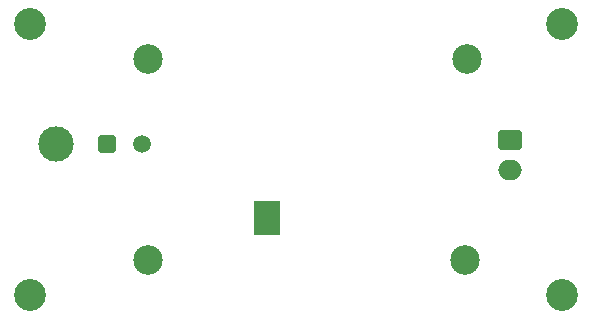
<source format=gbr>
%TF.GenerationSoftware,KiCad,Pcbnew,9.0.0*%
%TF.CreationDate,2025-04-05T15:37:09+05:30*%
%TF.ProjectId,Soldr_project,536f6c64-725f-4707-926f-6a6563742e6b,rev?*%
%TF.SameCoordinates,Original*%
%TF.FileFunction,Soldermask,Bot*%
%TF.FilePolarity,Negative*%
%FSLAX46Y46*%
G04 Gerber Fmt 4.6, Leading zero omitted, Abs format (unit mm)*
G04 Created by KiCad (PCBNEW 9.0.0) date 2025-04-05 15:37:09*
%MOMM*%
%LPD*%
G01*
G04 APERTURE LIST*
G04 Aperture macros list*
%AMRoundRect*
0 Rectangle with rounded corners*
0 $1 Rounding radius*
0 $2 $3 $4 $5 $6 $7 $8 $9 X,Y pos of 4 corners*
0 Add a 4 corners polygon primitive as box body*
4,1,4,$2,$3,$4,$5,$6,$7,$8,$9,$2,$3,0*
0 Add four circle primitives for the rounded corners*
1,1,$1+$1,$2,$3*
1,1,$1+$1,$4,$5*
1,1,$1+$1,$6,$7*
1,1,$1+$1,$8,$9*
0 Add four rect primitives between the rounded corners*
20,1,$1+$1,$2,$3,$4,$5,0*
20,1,$1+$1,$4,$5,$6,$7,0*
20,1,$1+$1,$6,$7,$8,$9,0*
20,1,$1+$1,$8,$9,$2,$3,0*%
G04 Aperture macros list end*
%ADD10R,2.300000X3.000000*%
%ADD11C,2.700000*%
%ADD12C,2.500000*%
%ADD13RoundRect,0.250000X-0.750000X0.600000X-0.750000X-0.600000X0.750000X-0.600000X0.750000X0.600000X0*%
%ADD14O,2.000000X1.700000*%
%ADD15C,3.000000*%
%ADD16RoundRect,0.250001X0.499999X-0.499999X0.499999X0.499999X-0.499999X0.499999X-0.499999X-0.499999X0*%
%ADD17C,1.500000*%
G04 APERTURE END LIST*
D10*
%TO.C,U1*%
X129047500Y-95400000D03*
%TD*%
D11*
%TO.C,H4*%
X154000000Y-102000000D03*
%TD*%
%TO.C,H3*%
X109000000Y-102000000D03*
%TD*%
%TO.C,H2*%
X154000000Y-79000000D03*
%TD*%
%TO.C,H1*%
X109000000Y-79000000D03*
%TD*%
D12*
%TO.C,TP4*%
X119000000Y-82000000D03*
%TD*%
%TO.C,TP3*%
X119000000Y-99000000D03*
%TD*%
%TO.C,TP2*%
X145800000Y-99000000D03*
%TD*%
%TO.C,TP1*%
X146000000Y-82000000D03*
%TD*%
D13*
%TO.C,J1*%
X149667500Y-88850000D03*
D14*
X149667500Y-91350000D03*
%TD*%
D15*
%TO.C,J2*%
X111180000Y-89200000D03*
D16*
X115500000Y-89200000D03*
D17*
X118500000Y-89200000D03*
%TD*%
M02*

</source>
